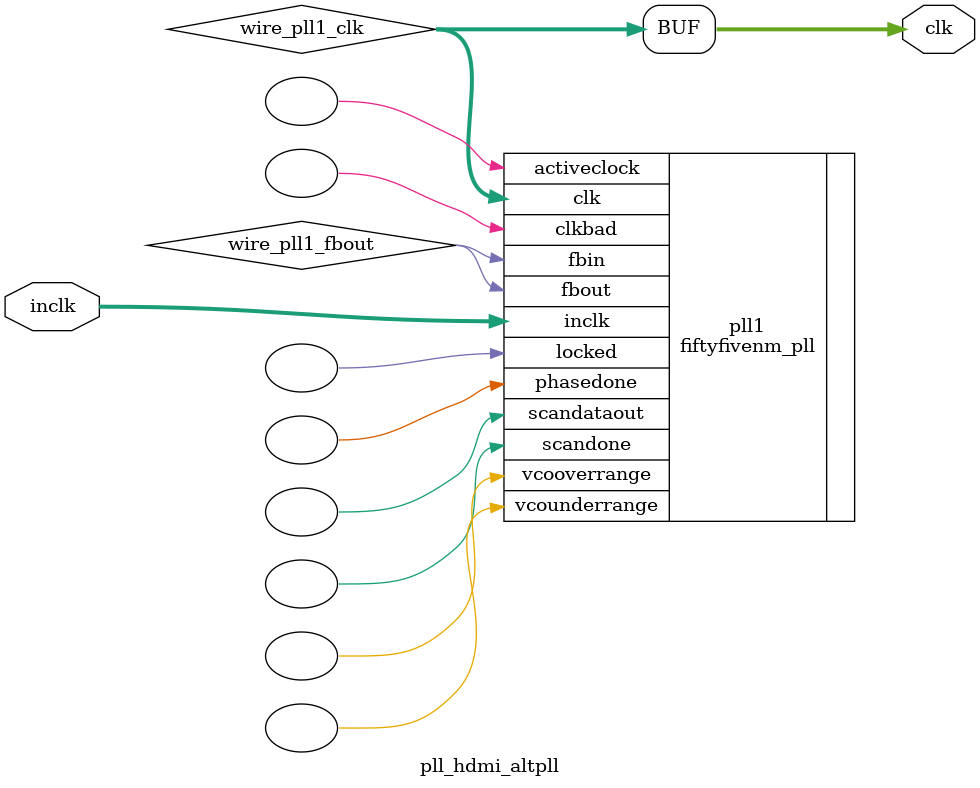
<source format=v>






//synthesis_resources = fiftyfivenm_pll 1 
//synopsys translate_off
`timescale 1 ps / 1 ps
//synopsys translate_on
module  pll_hdmi_altpll
	( 
	clk,
	inclk) /* synthesis synthesis_clearbox=1 */;
	output   [4:0]  clk;
	input   [1:0]  inclk;
`ifndef ALTERA_RESERVED_QIS
// synopsys translate_off
`endif
	tri0   [1:0]  inclk;
`ifndef ALTERA_RESERVED_QIS
// synopsys translate_on
`endif

	wire  [4:0]   wire_pll1_clk;
	wire  wire_pll1_fbout;

	fiftyfivenm_pll   pll1
	( 
	.activeclock(),
	.clk(wire_pll1_clk),
	.clkbad(),
	.fbin(wire_pll1_fbout),
	.fbout(wire_pll1_fbout),
	.inclk(inclk),
	.locked(),
	.phasedone(),
	.scandataout(),
	.scandone(),
	.vcooverrange(),
	.vcounderrange()
	`ifndef FORMAL_VERIFICATION
	// synopsys translate_off
	`endif
	,
	.areset(1'b0),
	.clkswitch(1'b0),
	.configupdate(1'b0),
	.pfdena(1'b1),
	.phasecounterselect({3{1'b0}}),
	.phasestep(1'b0),
	.phaseupdown(1'b0),
	.scanclk(1'b0),
	.scanclkena(1'b1),
	.scandata(1'b0)
	`ifndef FORMAL_VERIFICATION
	// synopsys translate_on
	`endif
	);
	defparam
		pll1.bandwidth_type = "auto",
		pll1.clk0_divide_by = 1,
		pll1.clk0_duty_cycle = 50,
		pll1.clk0_multiply_by = 4,
		pll1.clk0_phase_shift = "0",
		pll1.clk1_divide_by = 5,
		pll1.clk1_duty_cycle = 50,
		pll1.clk1_multiply_by = 4,
		pll1.clk1_phase_shift = "0",
		pll1.clk2_divide_by = 1,
		pll1.clk2_duty_cycle = 50,
		pll1.clk2_multiply_by = 2,
		pll1.clk2_phase_shift = "0",
		pll1.compensate_clock = "clk0",
		pll1.inclk0_input_frequency = 10000,
		pll1.operation_mode = "normal",
		pll1.pll_type = "auto",
		pll1.lpm_type = "fiftyfivenm_pll";
	assign
		clk = {wire_pll1_clk[4:0]};
endmodule //pll_hdmi_altpll
//VALID FILE

</source>
